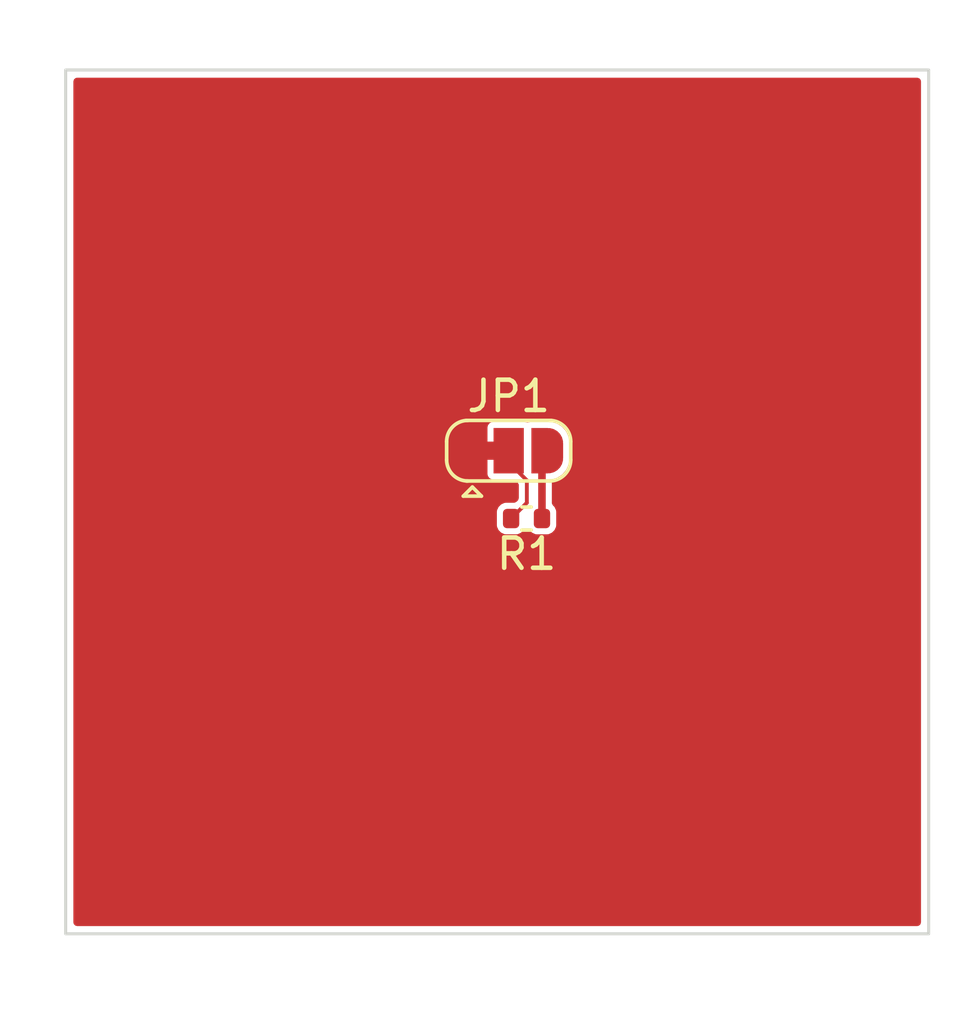
<source format=kicad_pcb>
(kicad_pcb (version 20240108) (generator "pcbnew") (generator_version "8.0")
  (layers (0 "F.Cu" signal) (1 "In1.Cu" signal) (2 "In2.Cu" signal) (31 "B.Cu" signal) (34 "B.Paste" user) (35 "F.Paste" user) (36 "B.SilkS" user "B.Silkscreen") (37 "F.SilkS" user "F.Silkscreen") (38 "B.Mask" user) (39 "F.Mask" user) (44 "Edge.Cuts" user))
  (net 0 "")
  (net 1 "Net-(JP1-C)")
  (net 2 "Net-(JP1-B)")
  (net 3 "GND")
  (footprint "Resistor_SMD:R_0402_1005Metric" (layer "F.Cu") (at 23.38 22.22 180)
    (property "Reference" "R1" (at 0 -1.17 0) (layer "F.SilkS"))
    (property "Value" "R")
    (fp_line (start -0.153641 0.38) (end 0.153641 0.38) (stroke (width 0.12)) (layer "F.SilkS"))
    (fp_line (start -0.153641 -0.38) (end 0.153641 -0.38) (stroke (width 0.12)) (layer "F.SilkS"))
    (pad "1" smd roundrect (at -0.51 0 180) (size 0.54 0.64) (layers "F.Cu" "F.Paste" "F.Mask") (net 2 "Net-(JP1-B)"))
    (pad "2" smd roundrect (at 0.51 0 180) (size 0.54 0.64) (layers "F.Cu" "F.Paste" "F.Mask") (net 1 "Net-(JP1-C)"))
  )
  (footprint "Jumper:SolderJumper-3_P1.3mm_Bridged12_RoundedPad1.0x1.5mm" (layer "F.Cu") (at 22.79 19.98)
    (property "Reference" "JP1" (at 0 -1.8 0) (layer "F.SilkS"))
    (property "Value" "Jumper_3_Bridged12")
    (fp_poly (pts (xy -0.9 -0.3) (xy -0.4 -0.3) (xy -0.4 0.3) (xy -0.9 0.3)) (fill solid) (layer "F.Cu"))
    (fp_line (start -2.05 0.3) (end -2.05 -0.3) (stroke (width 0.12)) (layer "F.SilkS"))
    (fp_line (start -1.5 1.5) (end -0.9 1.5) (stroke (width 0.12)) (layer "F.SilkS"))
    (fp_line (start -1.4 -1) (end 1.4 -1) (stroke (width 0.12)) (layer "F.SilkS"))
    (fp_line (start -1.2 1.2) (end -1.5 1.5) (stroke (width 0.12)) (layer "F.SilkS"))
    (fp_line (start -1.2 1.2) (end -0.9 1.5) (stroke (width 0.12)) (layer "F.SilkS"))
    (fp_line (start 1.4 1) (end -1.4 1) (stroke (width 0.12)) (layer "F.SilkS"))
    (fp_line (start 2.05 -0.3) (end 2.05 0.3) (stroke (width 0.12)) (layer "F.SilkS"))
    (fp_arc (start -2.05 -0.3) (mid -1.844975 -0.794975) (end -1.35 -1) (stroke (width 0.12)) (layer "F.SilkS"))
    (fp_arc (start -1.35 1) (mid -1.844975 0.794975) (end -2.05 0.3) (stroke (width 0.12)) (layer "F.SilkS"))
    (fp_arc (start 1.35 -1) (mid 1.844975 -0.794975) (end 2.05 -0.3) (stroke (width 0.12)) (layer "F.SilkS"))
    (fp_arc (start 2.05 0.3) (mid 1.844975 0.794975) (end 1.35 1) (stroke (width 0.12)) (layer "F.SilkS"))
    (pad "1" smd custom (at -1.3 0) (size 1 0.5) (layers "F.Cu" "F.Mask") (net 3 "GND") (options (clearance outline) (anchor rect)) (primitives (gr_circle (center 0 0.25) (end 0.5 0.25) (width 0) (fill yes)) (gr_circle (center 0 -0.25) (end 0.5 -0.25) (width 0) (fill yes)) (gr_poly (pts (xy 0.55 0.75) (xy 0 0.75) (xy 0 -0.75) (xy 0.55 -0.75)) (width 0) (fill yes))))
    (pad "2" smd rect (at 0 0) (size 1 1.5) (layers "F.Cu" "F.Mask") (net 1 "Net-(JP1-C)"))
    (pad "3" smd custom (at 1.3 0) (size 1 0.5) (layers "F.Cu" "F.Mask") (net 2 "Net-(JP1-B)") (options (clearance outline) (anchor rect)) (primitives (gr_circle (center 0 0.25) (end 0.5 0.25) (width 0) (fill yes)) (gr_circle (center 0 -0.25) (end 0.5 -0.25) (width 0) (fill yes)) (gr_poly (pts (xy 0 0.75) (xy -0.55 0.75) (xy -0.55 -0.75) (xy 0 -0.75)) (width 0) (fill yes))))
  )
  (gr_rect (start 8.15 7.41) (end 36.67 35.93) (stroke (width 0.1)) (fill none) (layer "Edge.Cuts"))
  (segment (start 23.39 20.959718) (end 22.79 20.359718) (width 0.127) (layer "F.Cu") (net 1))
  (segment (start 22.79 20.359718) (end 22.79 19.98) (width 0.127) (layer "F.Cu") (net 1))
  (segment (start 23.39 21.7) (end 23.39 20.959718) (width 0.127) (layer "F.Cu") (net 1))
  (segment (start 22.87 22.22) (end 23.39 21.7) (width 0.127) (layer "F.Cu") (net 1))
  (segment (start 23.89 22.22) (end 23.89 20.18) (width 0.25) (layer "F.Cu") (net 2))
  (segment (start 23.89 20.18) (end 24.09 19.98) (width 0.25) (layer "F.Cu") (net 2))
  (zone (net 3) (net_name "GND") (layer "F.Cu") (connect_pads yes (clearance 0.127)) (min_thickness 0.25) (fill yes (thermal_gap 0.5) (thermal_bridge_width 0.5))
    (polygon (pts (xy 5.98 5.1) (xy 6.13 38.93) (xy 37.67 38.62) (xy 38.05 5.63)))
  )
)
</source>
